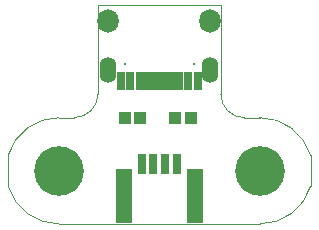
<source format=gts>
G04*
G04 #@! TF.GenerationSoftware,Altium Limited,Altium Designer,21.3.2 (30)*
G04*
G04 Layer_Color=8388736*
%FSLAX43Y43*%
%MOMM*%
G71*
G04*
G04 #@! TF.SameCoordinates,18D36F19-11BE-4002-80CD-DBD72E8668B0*
G04*
G04*
G04 #@! TF.FilePolarity,Negative*
G04*
G01*
G75*
%ADD11C,0.100*%
%ADD17R,1.400X4.600*%
%ADD18R,0.800X1.750*%
%ADD19R,0.500X1.650*%
%ADD20R,0.800X1.650*%
%ADD21R,1.000X1.050*%
%ADD22C,4.200*%
%ADD23O,1.400X2.200*%
%ADD24O,1.800X2.000*%
%ADD25C,0.200*%
D11*
X102500Y110500D02*
G03*
X98200Y107327I0J-4500D01*
G01*
X119500Y101500D02*
G03*
X123800Y104673I0J4500D01*
G01*
Y107327D02*
G03*
X119500Y110500I-4300J-1327D01*
G01*
X98200Y104673D02*
G03*
X102500Y101500I4300J1327D01*
G01*
X116200Y112500D02*
G03*
X118200Y110500I2000J0D01*
G01*
X103800D02*
G03*
X105800Y112500I0J2000D01*
G01*
X118200Y110500D02*
X119500D01*
X123800Y104673D02*
Y107327D01*
X102500Y110500D02*
X103800D01*
X116200Y112500D02*
Y120000D01*
X102500Y101500D02*
X119500D01*
X98200Y104673D02*
Y107327D01*
X105800Y112500D02*
Y120000D01*
X116200D01*
D17*
X108000Y103900D02*
D03*
X114000D02*
D03*
D18*
X109500Y106575D02*
D03*
X110500D02*
D03*
X111500D02*
D03*
X112500D02*
D03*
D19*
X110750Y113600D02*
D03*
X111750D02*
D03*
X111250D02*
D03*
X110250D02*
D03*
X109750D02*
D03*
X112250D02*
D03*
X112750D02*
D03*
X109250D02*
D03*
D20*
X113450D02*
D03*
X108550D02*
D03*
X114250D02*
D03*
X107750D02*
D03*
D21*
X108050Y110500D02*
D03*
X109350D02*
D03*
X112350D02*
D03*
X113650D02*
D03*
D22*
X119500Y106000D02*
D03*
X102500D02*
D03*
D23*
X106680Y114515D02*
D03*
X115320D02*
D03*
D24*
Y118695D02*
D03*
X106680D02*
D03*
D25*
X108110Y115045D02*
D03*
X113890D02*
D03*
M02*

</source>
